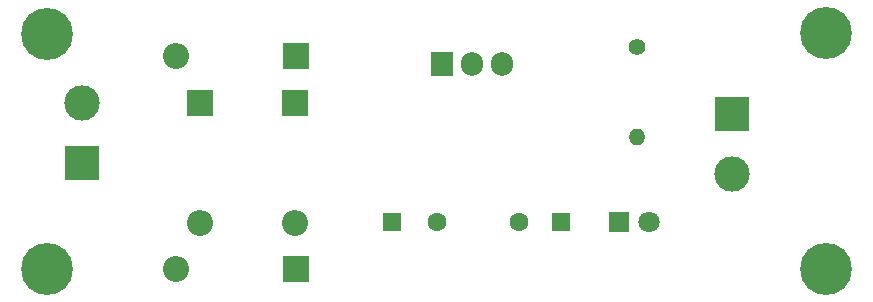
<source format=gbr>
%TF.GenerationSoftware,KiCad,Pcbnew,8.0.0*%
%TF.CreationDate,2024-04-09T00:47:27+05:00*%
%TF.ProjectId,Power_Supply,506f7765-725f-4537-9570-706c792e6b69,rev?*%
%TF.SameCoordinates,Original*%
%TF.FileFunction,Soldermask,Top*%
%TF.FilePolarity,Negative*%
%FSLAX46Y46*%
G04 Gerber Fmt 4.6, Leading zero omitted, Abs format (unit mm)*
G04 Created by KiCad (PCBNEW 8.0.0) date 2024-04-09 00:47:27*
%MOMM*%
%LPD*%
G01*
G04 APERTURE LIST*
%ADD10R,1.600000X1.600000*%
%ADD11C,1.600000*%
%ADD12C,2.600000*%
%ADD13C,4.400000*%
%ADD14R,1.905000X2.000000*%
%ADD15O,1.905000X2.000000*%
%ADD16C,1.400000*%
%ADD17O,1.400000X1.400000*%
%ADD18R,3.000000X3.000000*%
%ADD19C,3.000000*%
%ADD20R,1.800000X1.800000*%
%ADD21C,1.800000*%
%ADD22R,2.200000X2.200000*%
%ADD23O,2.200000X2.200000*%
G04 APERTURE END LIST*
D10*
%TO.C,C1*%
X148200000Y-98000000D03*
D11*
X152000000Y-98000000D03*
%TD*%
D12*
%TO.C,H4*%
X185000000Y-102000000D03*
D13*
X185000000Y-102000000D03*
%TD*%
D12*
%TO.C,H3*%
X185000000Y-82000000D03*
D13*
X185000000Y-82000000D03*
%TD*%
D12*
%TO.C,H2*%
X119000000Y-102000000D03*
D13*
X119000000Y-102000000D03*
%TD*%
D12*
%TO.C,H1*%
X119000000Y-82150000D03*
D13*
X119000000Y-82150000D03*
%TD*%
D14*
%TO.C,U1*%
X152460000Y-84695000D03*
D15*
X155000000Y-84695000D03*
X157540000Y-84695000D03*
%TD*%
D16*
%TO.C,R1*%
X169000000Y-83190000D03*
D17*
X169000000Y-90810000D03*
%TD*%
D18*
%TO.C,J2*%
X177000000Y-88920000D03*
D19*
X177000000Y-94000000D03*
%TD*%
D18*
%TO.C,J1*%
X122000000Y-93080000D03*
D19*
X122000000Y-88000000D03*
%TD*%
D20*
%TO.C,D5*%
X167460000Y-98000000D03*
D21*
X170000000Y-98000000D03*
%TD*%
D22*
%TO.C,D4*%
X140080000Y-102000000D03*
D23*
X129920000Y-102000000D03*
%TD*%
D22*
%TO.C,D3*%
X140080000Y-84000000D03*
D23*
X129920000Y-84000000D03*
%TD*%
D22*
%TO.C,D2*%
X132000000Y-87920000D03*
D23*
X132000000Y-98080000D03*
%TD*%
D22*
%TO.C,D1*%
X140000000Y-87920000D03*
D23*
X140000000Y-98080000D03*
%TD*%
D10*
%TO.C,C2*%
X162500000Y-98000000D03*
D11*
X159000000Y-98000000D03*
%TD*%
M02*

</source>
